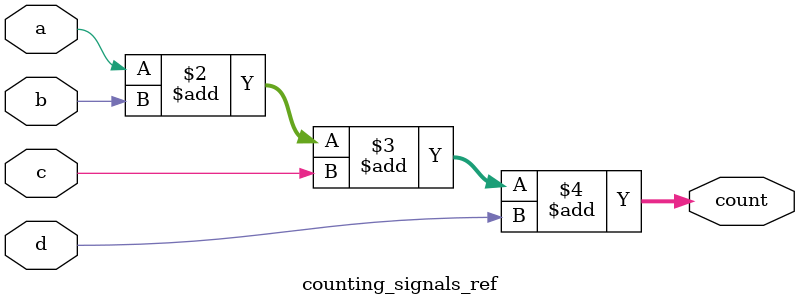
<source format=v>
module counting_signals_ref (
        input wire a,
        input wire b,
        input wire c,
        input wire d,
        output reg [2:0]count 
    );

    always @(*) begin
        count = a + b + c + d;
    end


endmodule

</source>
